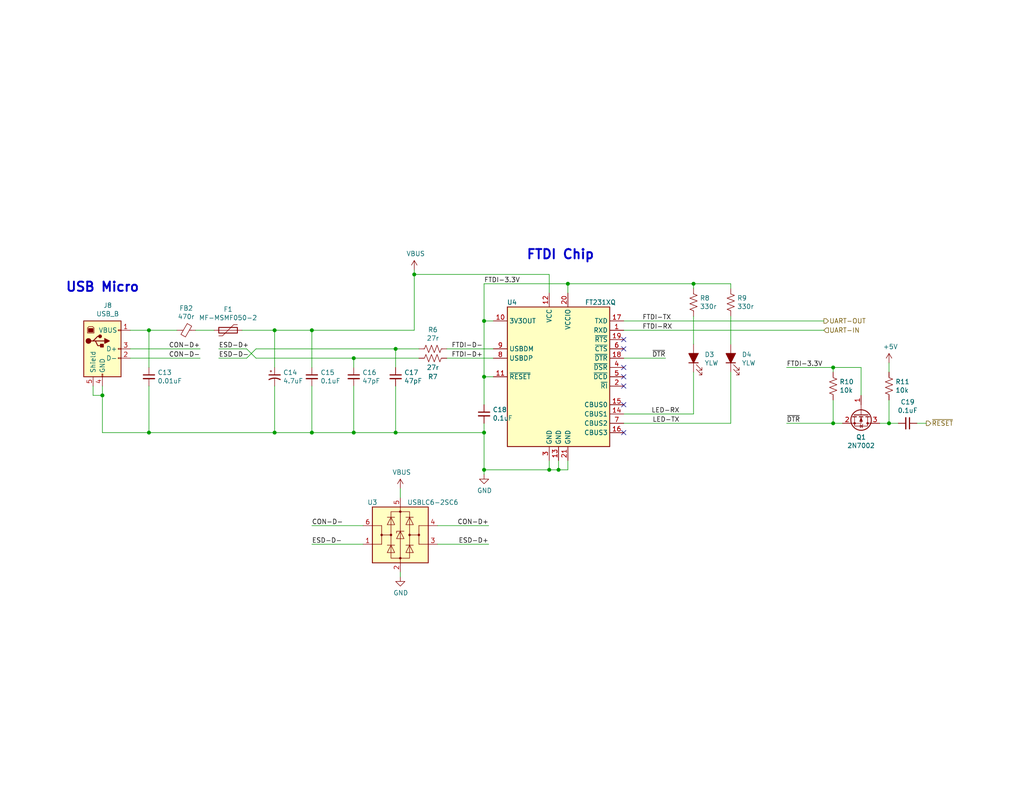
<source format=kicad_sch>
(kicad_sch (version 20210406) (generator eeschema)
  (paper "A")
  (title_block (title "FTDI") (date "2020-07-24") (rev "1.0.0") (company "FortyTwo Labs"))
  (lib_symbols
    (symbol "Device:C_Small" (pin_numbers hide) (pin_names (offset 0.254) hide)
      (property "Reference" "C" (at 0.254 1.778 0))
      (property "Value" "C_Small" (at 0.254 -2.032 0))
      (symbol "C_Small_0_1"
        (polyline (pts (xy -1.524 -0.508) (xy 1.524 -0.508)) (stroke (width 0.3302)))
        (polyline (pts (xy -1.524 0.508) (xy 1.524 0.508)) (stroke (width 0.3048)))
      )
      (symbol "C_Small_1_1"
        (pin passive line (at 0 2.54 270) (length 2.032) (name "~") (number "1"))
        (pin passive line (at 0 -2.54 90) (length 2.032) (name "~") (number "2"))
      )
    )
    (symbol "Device:Polyfuse" (pin_numbers hide) (pin_names (offset 0))
      (property "Reference" "F" (at -2.54 0 90))
      (property "Value" "Polyfuse" (at 2.54 0 90))
      (symbol "Polyfuse_0_1"
        (rectangle (start -0.762 2.54) (end 0.762 -2.54) (stroke (width 0.254)))
        (polyline (pts (xy 0 2.54) (xy 0 -2.54)))
        (polyline (pts (xy -1.524 2.54) (xy -1.524 1.524) (xy 1.524 -1.524) (xy 1.524 -2.54)))
      )
      (symbol "Polyfuse_1_1"
        (pin passive line (at 0 3.81 270) (length 1.27) (name "~") (number "1"))
        (pin passive line (at 0 -3.81 90) (length 1.27) (name "~") (number "2"))
      )
    )
    (symbol "Device:R_US" (pin_numbers hide) (pin_names (offset 0))
      (property "Reference" "R" (at 2.54 0 90))
      (property "Value" "R_US" (at -2.54 0 90))
      (symbol "R_US_0_1"
        (polyline (pts (xy 0 -2.286) (xy 0 -2.54)))
        (polyline (pts (xy 0 2.286) (xy 0 2.54)))
        (polyline (pts (xy 0 -0.762) (xy 1.016 -1.143) (xy 0 -1.524) (xy -1.016 -1.905) (xy 0 -2.286)))
        (polyline (pts (xy 0 0.762) (xy 1.016 0.381) (xy 0 0) (xy -1.016 -0.381) (xy 0 -0.762)))
        (polyline (pts (xy 0 2.286) (xy 1.016 1.905) (xy 0 1.524) (xy -1.016 1.143) (xy 0 0.762)))
      )
      (symbol "R_US_1_1"
        (pin passive line (at 0 3.81 270) (length 1.27) (name "~") (number "1"))
        (pin passive line (at 0 -3.81 90) (length 1.27) (name "~") (number "2"))
      )
    )
    (symbol "Interface_USB:FT231XQ"
      (property "Reference" "U" (at -13.97 20.32 0))
      (property "Value" "FT231XQ" (at 6.35 20.32 0))
      (symbol "FT231XQ_0_1"
        (rectangle (start -13.97 19.05) (end 13.97 -19.05) (stroke (width 0.254)) (fill (type background)))
      )
      (symbol "FT231XQ_1_1"
        (pin input line (at 17.78 12.7 180) (length 3.81) (name "RXD") (number "1"))
        (pin power_out line (at -17.78 15.24 0) (length 3.81) (name "3V3OUT") (number "10"))
        (pin input line (at -17.78 0 0) (length 3.81) (name "~RESET") (number "11"))
        (pin power_in line (at -2.54 22.86 270) (length 3.81) (name "VCC") (number "12"))
        (pin power_in line (at 0 -22.86 90) (length 3.81) (name "GND") (number "13"))
        (pin bidirectional line (at 17.78 -10.16 180) (length 3.81) (name "CBUS1") (number "14"))
        (pin bidirectional line (at 17.78 -7.62 180) (length 3.81) (name "CBUS0") (number "15"))
        (pin bidirectional line (at 17.78 -15.24 180) (length 3.81) (name "CBUS3") (number "16"))
        (pin output line (at 17.78 15.24 180) (length 3.81) (name "TXD") (number "17"))
        (pin output line (at 17.78 5.08 180) (length 3.81) (name "~DTR") (number "18"))
        (pin output line (at 17.78 10.16 180) (length 3.81) (name "~RTS") (number "19"))
        (pin input line (at 17.78 -2.54 180) (length 3.81) (name "~RI") (number "2"))
        (pin power_in line (at 2.54 22.86 270) (length 3.81) (name "VCCIO") (number "20"))
        (pin power_in line (at 2.54 -22.86 90) (length 3.81) (name "GND") (number "21"))
        (pin power_in line (at -2.54 -22.86 90) (length 3.81) (name "GND") (number "3"))
        (pin input line (at 17.78 2.54 180) (length 3.81) (name "~DSR") (number "4"))
        (pin input line (at 17.78 0 180) (length 3.81) (name "~DCD") (number "5"))
        (pin input line (at 17.78 7.62 180) (length 3.81) (name "~CTS") (number "6"))
        (pin bidirectional line (at 17.78 -12.7 180) (length 3.81) (name "CBUS2") (number "7"))
        (pin bidirectional line (at -17.78 5.08 0) (length 3.81) (name "USBDP") (number "8"))
        (pin bidirectional line (at -17.78 7.62 0) (length 3.81) (name "USBDM") (number "9"))
      )
    )
    (symbol "Mega-rescue:CP1_Small-Device" (pin_numbers hide) (pin_names (offset 0.254) hide)
      (property "Reference" "C" (at 0.254 1.778 0))
      (property "Value" "CP1_Small-Device" (at 0.254 -2.032 0))
      (symbol "CP1_Small-Device_0_1"
        (arc (start -1.524 -0.762) (end 1.524 -0.762) (radius (at 0 -3.556) (length 3.175) (angles 118.6 61.4)) (stroke (width 0.3048)))
        (polyline (pts (xy -1.524 0.508) (xy 1.524 0.508)) (stroke (width 0.3048)))
        (polyline (pts (xy -1.27 1.524) (xy -0.762 1.524)))
        (polyline (pts (xy -1.016 1.27) (xy -1.016 1.778)))
      )
      (symbol "CP1_Small-Device_1_1"
        (pin passive line (at 0 2.54 270) (length 2.032) (name "~") (number "1"))
        (pin passive line (at 0 -2.54 90) (length 2.032) (name "~") (number "2"))
      )
    )
    (symbol "Mega-rescue:Ferrite_Bead_Small-Device" (pin_numbers hide) (pin_names (offset 0))
      (property "Reference" "FB" (at 1.905 1.27 0))
      (property "Value" "Ferrite_Bead_Small-Device" (at 1.905 -1.27 0))
      (symbol "Ferrite_Bead_Small-Device_0_1"
        (polyline (pts (xy 0 -1.27) (xy 0 -0.7874)))
        (polyline (pts (xy 0 0.889) (xy 0 1.2954)))
        (polyline (pts (xy -1.8288 0.2794) (xy -1.1176 1.4986) (xy 1.8288 -0.2032) (xy 1.1176 -1.4224) (xy -1.8288 0.2794)))
      )
      (symbol "Ferrite_Bead_Small-Device_1_1"
        (pin passive line (at 0 2.54 270) (length 1.27) (name "~") (number "1"))
        (pin passive line (at 0 -2.54 90) (length 1.27) (name "~") (number "2"))
      )
    )
    (symbol "Mega-rescue:LED_ALT-Device" (pin_numbers hide) (pin_names (offset 1.016) hide)
      (property "Reference" "D" (at 0 2.54 0))
      (property "Value" "LED_ALT-Device" (at 0 -2.54 0))
      (symbol "LED_ALT-Device_0_1"
        (polyline (pts (xy -1.27 -1.27) (xy -1.27 1.27)) (stroke (width 0.254)))
        (polyline (pts (xy -1.27 0) (xy 1.27 0)))
        (polyline (pts (xy -3.048 -0.762) (xy -4.572 -2.286) (xy -3.81 -2.286) (xy -4.572 -2.286) (xy -4.572 -1.524)))
        (polyline (pts (xy -1.778 -0.762) (xy -3.302 -2.286) (xy -2.54 -2.286) (xy -3.302 -2.286) (xy -3.302 -1.524)))
        (polyline (pts (xy 1.27 -1.27) (xy 1.27 1.27) (xy -1.27 0) (xy 1.27 -1.27)) (stroke (width 0.254)) (fill (type outline)))
      )
      (symbol "LED_ALT-Device_1_1"
        (pin passive line (at -3.81 0 0) (length 2.54) (name "K") (number "1"))
        (pin passive line (at 3.81 0 180) (length 2.54) (name "A") (number "2"))
      )
    )
    (symbol "Mega-rescue:USB_B-Connector" (pin_names (offset 1.016))
      (property "Reference" "J" (at -5.08 11.43 0))
      (property "Value" "USB_B-Connector" (at -5.08 8.89 0))
      (symbol "USB_B-Connector_0_1"
        (circle (center -3.81 2.159) (radius 0.635) (stroke (width 0.254)) (fill (type outline)))
        (circle (center -0.635 3.429) (radius 0.381) (stroke (width 0.254)) (fill (type outline)))
        (rectangle (start -0.127 -7.62) (end 0.127 -6.858))
        (rectangle (start 5.08 -2.667) (end 4.318 -2.413))
        (rectangle (start 5.08 -0.127) (end 4.318 0.127))
        (rectangle (start 5.08 4.953) (end 4.318 5.207))
        (rectangle (start -3.81 5.588) (end -2.54 4.572) (fill (type outline)))
        (rectangle (start 0.254 1.27) (end -0.508 0.508) (stroke (width 0.254)) (fill (type outline)))
        (rectangle (start -5.08 -7.62) (end 5.08 7.62) (stroke (width 0.254)) (fill (type background)))
        (polyline (pts (xy -1.905 2.159) (xy 0.635 2.159)) (stroke (width 0.254)))
        (polyline (pts (xy -3.175 2.159) (xy -2.54 2.159) (xy -1.27 3.429) (xy -0.635 3.429)) (stroke (width 0.254)))
        (polyline (pts (xy -2.54 2.159) (xy -1.905 2.159) (xy -1.27 0.889) (xy 0 0.889)) (stroke (width 0.254)))
        (polyline (pts (xy -4.064 4.318) (xy -2.286 4.318) (xy -2.286 5.715) (xy -2.667 6.096) (xy -3.683 6.096) (xy -4.064 5.715) (xy -4.064 4.318)))
        (polyline (pts (xy 0.635 2.794) (xy 0.635 1.524) (xy 1.905 2.159) (xy 0.635 2.794)) (stroke (width 0.254)) (fill (type outline)))
      )
      (symbol "USB_B-Connector_1_1"
        (pin power_out line (at 7.62 5.08 180) (length 2.54) (name "VBUS") (number "1"))
        (pin passive line (at 7.62 -2.54 180) (length 2.54) (name "D-") (number "2"))
        (pin passive line (at 7.62 0 180) (length 2.54) (name "D+") (number "3"))
        (pin power_out line (at 0 -10.16 90) (length 2.54) (name "GND") (number "4"))
        (pin passive line (at -2.54 -10.16 90) (length 2.54) (name "Shield") (number "5"))
      )
    )
    (symbol "Power_Protection:USBLC6-2SC6" (pin_names hide)
      (property "Reference" "U" (at 2.54 8.89 0))
      (property "Value" "USBLC6-2SC6" (at 2.54 -8.89 0))
      (symbol "USBLC6-2SC6_0_1"
        (circle (center -5.08 0) (radius 0.254) (fill (type outline)))
        (circle (center -2.54 0) (radius 0.254) (fill (type outline)))
        (circle (center 0 -6.35) (radius 0.254) (fill (type outline)))
        (circle (center 0 6.35) (radius 0.254) (fill (type outline)))
        (circle (center 2.54 0) (radius 0.254) (fill (type outline)))
        (circle (center 5.08 0) (radius 0.254) (fill (type outline)))
        (rectangle (start -2.54 6.35) (end 2.54 -6.35))
        (rectangle (start -7.62 -7.62) (end 7.62 7.62) (stroke (width 0.254)) (fill (type background)))
        (polyline (pts (xy -5.08 -2.54) (xy -7.62 -2.54)))
        (polyline (pts (xy -5.08 0) (xy -5.08 -2.54)))
        (polyline (pts (xy -5.08 2.54) (xy -7.62 2.54)))
        (polyline (pts (xy -1.524 -2.794) (xy -3.556 -2.794)))
        (polyline (pts (xy -1.524 4.826) (xy -3.556 4.826)))
        (polyline (pts (xy 0 -7.62) (xy 0 -6.35)))
        (polyline (pts (xy 0 -6.35) (xy 0 1.27)))
        (polyline (pts (xy 0 1.27) (xy 0 6.35)))
        (polyline (pts (xy 0 6.35) (xy 0 7.62)))
        (polyline (pts (xy 1.524 -2.794) (xy 3.556 -2.794)))
        (polyline (pts (xy 1.524 4.826) (xy 3.556 4.826)))
        (polyline (pts (xy 5.08 -2.54) (xy 7.62 -2.54)))
        (polyline (pts (xy 5.08 0) (xy 5.08 -2.54)))
        (polyline (pts (xy 5.08 2.54) (xy 7.62 2.54)))
        (polyline (pts (xy -2.54 0) (xy -5.08 0) (xy -5.08 2.54)))
        (polyline (pts (xy 2.54 0) (xy 5.08 0) (xy 5.08 2.54)))
        (polyline (pts (xy -3.556 -4.826) (xy -1.524 -4.826) (xy -2.54 -2.794) (xy -3.556 -4.826)))
        (polyline (pts (xy -3.556 2.794) (xy -1.524 2.794) (xy -2.54 4.826) (xy -3.556 2.794)))
        (polyline (pts (xy -1.016 -1.016) (xy 1.016 -1.016) (xy 0 1.016) (xy -1.016 -1.016)))
        (polyline (pts (xy 1.016 1.016) (xy 0.762 1.016) (xy -1.016 1.016) (xy -1.016 0.508)))
        (polyline (pts (xy 3.556 -4.826) (xy 1.524 -4.826) (xy 2.54 -2.794) (xy 3.556 -4.826)))
        (polyline (pts (xy 3.556 2.794) (xy 1.524 2.794) (xy 2.54 4.826) (xy 3.556 2.794)))
      )
      (symbol "USBLC6-2SC6_1_1"
        (pin passive line (at -10.16 -2.54 0) (length 2.54) (name "I/O1") (number "1"))
        (pin passive line (at 0 -10.16 90) (length 2.54) (name "GND") (number "2"))
        (pin passive line (at 10.16 -2.54 180) (length 2.54) (name "I/O2") (number "3"))
        (pin passive line (at 10.16 2.54 180) (length 2.54) (name "I/O2") (number "4"))
        (pin passive line (at 0 10.16 270) (length 2.54) (name "VBUS") (number "5"))
        (pin passive line (at -10.16 2.54 0) (length 2.54) (name "I/O1") (number "6"))
      )
    )
    (symbol "Transistor_FET:2N7002" (pin_names hide)
      (property "Reference" "Q" (at 5.08 1.905 0))
      (property "Value" "2N7002" (at 5.08 0 0))
      (symbol "2N7002_0_1"
        (circle (center 1.651 0) (radius 2.794) (stroke (width 0.254)))
        (circle (center 2.54 -1.778) (radius 0.254) (fill (type outline)))
        (circle (center 2.54 1.778) (radius 0.254) (fill (type outline)))
        (polyline (pts (xy 0.254 0) (xy -2.54 0)))
        (polyline (pts (xy 0.254 1.905) (xy 0.254 -1.905)) (stroke (width 0.254)))
        (polyline (pts (xy 0.762 -1.27) (xy 0.762 -2.286)) (stroke (width 0.254)))
        (polyline (pts (xy 0.762 0.508) (xy 0.762 -0.508)) (stroke (width 0.254)))
        (polyline (pts (xy 0.762 2.286) (xy 0.762 1.27)) (stroke (width 0.254)))
        (polyline (pts (xy 2.54 2.54) (xy 2.54 1.778)))
        (polyline (pts (xy 2.54 -2.54) (xy 2.54 0) (xy 0.762 0)))
        (polyline (pts (xy 0.762 -1.778) (xy 3.302 -1.778) (xy 3.302 1.778) (xy 0.762 1.778)))
        (polyline (pts (xy 2.794 0.508) (xy 2.921 0.381) (xy 3.683 0.381) (xy 3.81 0.254)))
        (polyline (pts (xy 3.302 0.381) (xy 2.921 -0.254) (xy 3.683 -0.254) (xy 3.302 0.381)))
        (polyline (pts (xy 1.016 0) (xy 2.032 0.381) (xy 2.032 -0.381) (xy 1.016 0)) (fill (type outline)))
      )
      (symbol "2N7002_1_1"
        (pin input line (at -5.08 0 0) (length 2.54) (name "G") (number "1"))
        (pin passive line (at 2.54 -5.08 90) (length 2.54) (name "S") (number "2"))
        (pin passive line (at 2.54 5.08 270) (length 2.54) (name "D") (number "3"))
      )
    )
    (symbol "power:+5V" (power) (pin_names (offset 0))
      (property "Value" "+5V" (at 0 3.556 0))
      (symbol "+5V_0_1"
        (polyline (pts (xy -0.762 1.27) (xy 0 2.54)))
        (polyline (pts (xy 0 0) (xy 0 2.54)))
        (polyline (pts (xy 0 2.54) (xy 0.762 1.27)))
      )
      (symbol "+5V_1_1"
        (pin power_in line (at 0 0 90) (length 0) hide (name "+5V") (number "1"))
      )
    )
    (symbol "power:GND" (power) (pin_names (offset 0))
      (property "Value" "GND" (at 0 -3.81 0))
      (symbol "GND_0_1"
        (polyline (pts (xy 0 0) (xy 0 -1.27) (xy 1.27 -1.27) (xy 0 -2.54) (xy -1.27 -1.27) (xy 0 -1.27)))
      )
      (symbol "GND_1_1"
        (pin power_in line (at 0 0 270) (length 0) hide (name "GND") (number "1"))
      )
    )
    (symbol "power:VBUS" (power) (pin_names (offset 0))
      (property "Value" "VBUS" (at 0 3.81 0))
      (symbol "VBUS_0_1"
        (polyline (pts (xy -0.762 1.27) (xy 0 2.54)))
        (polyline (pts (xy 0 0) (xy 0 2.54)))
        (polyline (pts (xy 0 2.54) (xy 0.762 1.27)))
      )
      (symbol "VBUS_1_1"
        (pin power_in line (at 0 0 90) (length 0) hide (name "VBUS") (number "1"))
      )
    )
  )
  (junction (at 27.94 107.95) (diameter 0.9144))
  (junction (at 40.64 90.17) (diameter 0.9144))
  (junction (at 40.64 118.11) (diameter 0.9144))
  (junction (at 74.93 90.17) (diameter 0.9144))
  (junction (at 74.93 118.11) (diameter 0.9144))
  (junction (at 85.09 90.17) (diameter 0.9144))
  (junction (at 85.09 118.11) (diameter 0.9144))
  (junction (at 96.52 97.79) (diameter 0.9144))
  (junction (at 96.52 118.11) (diameter 0.9144))
  (junction (at 107.95 95.25) (diameter 0.9144))
  (junction (at 107.95 118.11) (diameter 0.9144))
  (junction (at 113.03 74.93) (diameter 0.9144))
  (junction (at 132.08 87.63) (diameter 0.9144))
  (junction (at 132.08 102.87) (diameter 0.9144))
  (junction (at 132.08 118.11) (diameter 0.9144))
  (junction (at 132.08 128.27) (diameter 0.9144))
  (junction (at 149.86 128.27) (diameter 0.9144))
  (junction (at 152.4 128.27) (diameter 0.9144))
  (junction (at 154.94 77.47) (diameter 0.9144))
  (junction (at 189.23 77.47) (diameter 0.9144))
  (junction (at 227.33 100.33) (diameter 0.9144))
  (junction (at 227.33 115.57) (diameter 0.9144))
  (junction (at 242.57 115.57) (diameter 0.9144))
  (no_connect (at 170.18 92.71))
  (no_connect (at 170.18 95.25))
  (no_connect (at 170.18 100.33))
  (no_connect (at 170.18 102.87))
  (no_connect (at 170.18 105.41))
  (no_connect (at 170.18 110.49))
  (no_connect (at 170.18 118.11))
  (wire (pts (xy 25.4 105.41) (xy 25.4 107.95)))
  (wire (pts (xy 25.4 107.95) (xy 27.94 107.95)))
  (wire (pts (xy 27.94 105.41) (xy 27.94 107.95)))
  (wire (pts (xy 27.94 107.95) (xy 27.94 118.11)))
  (wire (pts (xy 27.94 118.11) (xy 40.64 118.11)))
  (wire (pts (xy 35.56 90.17) (xy 40.64 90.17)))
  (wire (pts (xy 35.56 95.25) (xy 54.61 95.25)))
  (wire (pts (xy 35.56 97.79) (xy 54.61 97.79)))
  (wire (pts (xy 40.64 90.17) (xy 40.64 100.33)))
  (wire (pts (xy 40.64 90.17) (xy 48.26 90.17)))
  (wire (pts (xy 40.64 105.41) (xy 40.64 118.11)))
  (wire (pts (xy 40.64 118.11) (xy 74.93 118.11)))
  (wire (pts (xy 53.34 90.17) (xy 58.42 90.17)))
  (wire (pts (xy 66.04 90.17) (xy 74.93 90.17)))
  (wire (pts (xy 67.31 95.25) (xy 59.69 95.25)))
  (wire (pts (xy 67.31 95.25) (xy 69.85 97.79)))
  (wire (pts (xy 67.31 97.79) (xy 59.69 97.79)))
  (wire (pts (xy 67.31 97.79) (xy 69.85 95.25)))
  (wire (pts (xy 69.85 95.25) (xy 107.95 95.25)))
  (wire (pts (xy 69.85 97.79) (xy 96.52 97.79)))
  (wire (pts (xy 74.93 90.17) (xy 85.09 90.17)))
  (wire (pts (xy 74.93 100.33) (xy 74.93 90.17)))
  (wire (pts (xy 74.93 105.41) (xy 74.93 118.11)))
  (wire (pts (xy 74.93 118.11) (xy 85.09 118.11)))
  (wire (pts (xy 85.09 90.17) (xy 113.03 90.17)))
  (wire (pts (xy 85.09 100.33) (xy 85.09 90.17)))
  (wire (pts (xy 85.09 105.41) (xy 85.09 118.11)))
  (wire (pts (xy 85.09 118.11) (xy 96.52 118.11)))
  (wire (pts (xy 85.09 143.51) (xy 99.06 143.51)))
  (wire (pts (xy 85.09 148.59) (xy 99.06 148.59)))
  (wire (pts (xy 96.52 97.79) (xy 114.3 97.79)))
  (wire (pts (xy 96.52 100.33) (xy 96.52 97.79)))
  (wire (pts (xy 96.52 105.41) (xy 96.52 118.11)))
  (wire (pts (xy 96.52 118.11) (xy 107.95 118.11)))
  (wire (pts (xy 107.95 95.25) (xy 114.3 95.25)))
  (wire (pts (xy 107.95 100.33) (xy 107.95 95.25)))
  (wire (pts (xy 107.95 105.41) (xy 107.95 118.11)))
  (wire (pts (xy 107.95 118.11) (xy 132.08 118.11)))
  (wire (pts (xy 109.22 135.89) (xy 109.22 133.35)))
  (wire (pts (xy 109.22 156.21) (xy 109.22 157.48)))
  (wire (pts (xy 113.03 73.66) (xy 113.03 74.93)))
  (wire (pts (xy 113.03 74.93) (xy 113.03 90.17)))
  (wire (pts (xy 113.03 74.93) (xy 149.86 74.93)))
  (wire (pts (xy 119.38 143.51) (xy 133.35 143.51)))
  (wire (pts (xy 119.38 148.59) (xy 133.35 148.59)))
  (wire (pts (xy 121.92 95.25) (xy 134.62 95.25)))
  (wire (pts (xy 121.92 97.79) (xy 134.62 97.79)))
  (wire (pts (xy 132.08 77.47) (xy 132.08 87.63)))
  (wire (pts (xy 132.08 77.47) (xy 154.94 77.47)))
  (wire (pts (xy 132.08 87.63) (xy 134.62 87.63)))
  (wire (pts (xy 132.08 102.87) (xy 132.08 87.63)))
  (wire (pts (xy 132.08 110.49) (xy 132.08 102.87)))
  (wire (pts (xy 132.08 115.57) (xy 132.08 118.11)))
  (wire (pts (xy 132.08 128.27) (xy 132.08 118.11)))
  (wire (pts (xy 132.08 128.27) (xy 149.86 128.27)))
  (wire (pts (xy 132.08 129.54) (xy 132.08 128.27)))
  (wire (pts (xy 134.62 102.87) (xy 132.08 102.87)))
  (wire (pts (xy 149.86 74.93) (xy 149.86 80.01)))
  (wire (pts (xy 149.86 128.27) (xy 149.86 125.73)))
  (wire (pts (xy 149.86 128.27) (xy 152.4 128.27)))
  (wire (pts (xy 152.4 128.27) (xy 152.4 125.73)))
  (wire (pts (xy 154.94 77.47) (xy 154.94 80.01)))
  (wire (pts (xy 154.94 77.47) (xy 189.23 77.47)))
  (wire (pts (xy 154.94 128.27) (xy 152.4 128.27)))
  (wire (pts (xy 154.94 128.27) (xy 154.94 125.73)))
  (wire (pts (xy 170.18 87.63) (xy 224.79 87.63)))
  (wire (pts (xy 170.18 90.17) (xy 224.79 90.17)))
  (wire (pts (xy 170.18 97.79) (xy 181.61 97.79)))
  (wire (pts (xy 170.18 113.03) (xy 189.23 113.03)))
  (wire (pts (xy 170.18 115.57) (xy 199.39 115.57)))
  (wire (pts (xy 189.23 77.47) (xy 199.39 77.47)))
  (wire (pts (xy 189.23 78.74) (xy 189.23 77.47)))
  (wire (pts (xy 189.23 93.98) (xy 189.23 86.36)))
  (wire (pts (xy 189.23 101.6) (xy 189.23 113.03)))
  (wire (pts (xy 199.39 78.74) (xy 199.39 77.47)))
  (wire (pts (xy 199.39 93.98) (xy 199.39 86.36)))
  (wire (pts (xy 199.39 101.6) (xy 199.39 115.57)))
  (wire (pts (xy 214.63 115.57) (xy 227.33 115.57)))
  (wire (pts (xy 227.33 100.33) (xy 214.63 100.33)))
  (wire (pts (xy 227.33 101.6) (xy 227.33 100.33)))
  (wire (pts (xy 227.33 109.22) (xy 227.33 115.57)))
  (wire (pts (xy 227.33 115.57) (xy 229.87 115.57)))
  (wire (pts (xy 234.95 100.33) (xy 227.33 100.33)))
  (wire (pts (xy 234.95 107.95) (xy 234.95 100.33)))
  (wire (pts (xy 240.03 115.57) (xy 242.57 115.57)))
  (wire (pts (xy 242.57 101.6) (xy 242.57 99.06)))
  (wire (pts (xy 242.57 115.57) (xy 242.57 109.22)))
  (wire (pts (xy 242.57 115.57) (xy 245.11 115.57)))
  (wire (pts (xy 250.19 115.57) (xy 252.73 115.57)))
  (text "USB Micro" (at 17.78 80.01 0) (effects (font (size 2.54 2.54) (thickness 0.508) bold) (justify left bottom)))
  (text "FTDI Chip" (at 143.51 71.12 0) (effects (font (size 2.54 2.54) (thickness 0.508) bold) (justify left bottom)))
  (label "CON-D+" (at 54.61 95.25 180))
  (label "CON-D-" (at 54.61 97.79 180))
  (label "ESD-D+" (at 59.69 95.25 0))
  (label "ESD-D-" (at 59.69 97.79 0))
  (label "CON-D-" (at 85.09 143.51 0))
  (label "ESD-D-" (at 85.09 148.59 0))
  (label "FTDI-D-" (at 123.19 95.25 0))
  (label "FTDI-D+" (at 123.19 97.79 0))
  (label "FTDI-3.3V" (at 132.08 77.47 0))
  (label "CON-D+" (at 133.35 143.51 180))
  (label "ESD-D+" (at 133.35 148.59 180))
  (label "FTDI-TX" (at 175.26 87.63 0))
  (label "FTDI-RX" (at 175.26 90.17 0))
  (label "~DTR~" (at 181.61 97.79 180))
  (label "LED-RX" (at 185.42 113.03 180))
  (label "LED-TX" (at 185.42 115.57 180))
  (label "FTDI-3.3V" (at 214.63 100.33 0))
  (label "~DTR~" (at 214.63 115.57 0))
  (hierarchical_label "UART-OUT" (shape output) (at 224.79 87.63 0))
  (hierarchical_label "UART-IN" (shape input) (at 224.79 90.17 0))
  (hierarchical_label "~RESET" (shape output) (at 252.73 115.57 0))
  (symbol (lib_id "power:VBUS") (at 109.22 133.35 0) (unit 1)
    (property "Reference" "#PWR032" (effects hide))
    (property "Value" "VBUS" (at 109.601 128.9558 0))
  )
  (symbol (lib_id "power:VBUS") (at 113.03 73.66 0) (unit 1)
    (property "Reference" "#PWR034" (effects hide))
    (property "Value" "VBUS" (at 113.411 69.2658 0))
  )
  (symbol (lib_id "power:+5V") (at 242.57 99.06 0) (unit 1)
    (property "Reference" "#PWR035" (effects hide))
    (property "Value" "+5V" (at 242.951 94.6658 0))
  )
  (symbol (lib_id "power:GND") (at 109.22 157.48 0) (unit 1)
    (property "Reference" "#PWR033" (effects hide))
    (property "Value" "GND" (at 109.347 161.8742 0))
  )
  (symbol (lib_id "power:GND") (at 132.08 129.54 0) (unit 1)
    (property "Reference" "#PWR0101" (effects hide))
    (property "Value" "GND" (at 132.207 133.9342 0))
  )
  (symbol (lib_id "Device:R_US") (at 118.11 95.25 270) (unit 1)
    (property "Reference" "R6" (at 118.11 90.043 90))
    (property "Value" "27r" (at 118.11 92.3544 90))
    (property "Footprint" "Resistor_SMD:R_0603_1608Metric" (effects hide))
  )
  (symbol (lib_id "Device:R_US") (at 118.11 97.79 270) (unit 1)
    (property "Reference" "R7" (at 118.11 102.87 90))
    (property "Value" "27r" (at 118.11 100.33 90))
    (property "Footprint" "Resistor_SMD:R_0603_1608Metric" (effects hide))
  )
  (symbol (lib_id "Device:R_US") (at 189.23 82.55 0) (unit 1)
    (property "Reference" "R8" (at 190.9572 81.3816 0) (effects (justify left)))
    (property "Value" "330r" (at 190.9572 83.693 0) (effects (justify left)))
    (property "Footprint" "Resistor_SMD:R_0603_1608Metric" (effects hide))
  )
  (symbol (lib_id "Device:R_US") (at 199.39 82.55 0) (unit 1)
    (property "Reference" "R9" (at 201.1172 81.3816 0) (effects (justify left)))
    (property "Value" "330r" (at 201.1172 83.693 0) (effects (justify left)))
    (property "Footprint" "Resistor_SMD:R_0603_1608Metric" (effects hide))
  )
  (symbol (lib_id "Device:R_US") (at 227.33 105.41 0) (unit 1)
    (property "Reference" "R10" (at 229.0572 104.2416 0) (effects (justify left)))
    (property "Value" "10k" (at 229.0572 106.553 0) (effects (justify left)))
    (property "Footprint" "Resistor_SMD:R_0603_1608Metric" (effects hide))
  )
  (symbol (lib_id "Device:R_US") (at 242.57 105.41 0) (unit 1)
    (property "Reference" "R11" (at 244.2972 104.2416 0) (effects (justify left)))
    (property "Value" "10k" (at 244.2972 106.553 0) (effects (justify left)))
    (property "Footprint" "Resistor_SMD:R_0603_1608Metric" (effects hide))
  )
  (symbol (lib_id "Mega-rescue:CP1_Small-Device") (at 74.93 102.87 0)
    (property "Reference" "C14" (at 77.2414 101.7016 0) (effects (justify left)))
    (property "Value" "4.7uF" (at 77.2414 104.013 0) (effects (justify left)))
    (property "Footprint" "Capacitor_Tantalum_SMD:CP_EIA-3216-18_Kemet-A" (effects hide))
  )
  (symbol (lib_id "Device:C_Small") (at 40.64 102.87 0) (unit 1)
    (property "Reference" "C13" (at 42.9768 101.7016 0) (effects (justify left)))
    (property "Value" "0.01uF" (at 42.9768 104.013 0) (effects (justify left)))
    (property "Footprint" "Capacitor_SMD:C_0603_1608Metric" (effects hide))
  )
  (symbol (lib_id "Device:C_Small") (at 85.09 102.87 0) (unit 1)
    (property "Reference" "C15" (at 87.4268 101.7016 0) (effects (justify left)))
    (property "Value" "0.1uF" (at 87.4268 104.013 0) (effects (justify left)))
    (property "Footprint" "Capacitor_SMD:C_0603_1608Metric" (effects hide))
  )
  (symbol (lib_id "Device:C_Small") (at 96.52 102.87 0) (unit 1)
    (property "Reference" "C16" (at 98.8568 101.7016 0) (effects (justify left)))
    (property "Value" "47pF" (at 98.8568 104.013 0) (effects (justify left)))
    (property "Footprint" "Capacitor_SMD:C_0603_1608Metric" (effects hide))
  )
  (symbol (lib_id "Device:C_Small") (at 107.95 102.87 0) (unit 1)
    (property "Reference" "C17" (at 110.2868 101.7016 0) (effects (justify left)))
    (property "Value" "47pF" (at 110.2868 104.013 0) (effects (justify left)))
    (property "Footprint" "Capacitor_SMD:C_0603_1608Metric" (effects hide))
  )
  (symbol (lib_id "Device:C_Small") (at 132.08 113.03 0) (unit 1)
    (property "Reference" "C18" (at 134.4168 111.8616 0) (effects (justify left)))
    (property "Value" "0.1uF" (at 134.4168 114.173 0) (effects (justify left)))
    (property "Footprint" "Capacitor_SMD:C_0603_1608Metric" (effects hide))
  )
  (symbol (lib_id "Device:C_Small") (at 247.65 115.57 270) (unit 1)
    (property "Reference" "C19" (at 247.65 109.7534 90))
    (property "Value" "0.1uF" (at 247.65 112.0648 90))
    (property "Footprint" "Capacitor_SMD:C_0603_1608Metric" (effects hide))
  )
  (symbol (lib_id "Mega-rescue:Ferrite_Bead_Small-Device") (at 50.8 90.17 270)
    (property "Reference" "FB2" (at 50.8 84.1502 90))
    (property "Value" "470r" (at 50.8 86.4616 90))
    (property "Footprint" "Resistor_SMD:R_0603_1608Metric" (effects hide))
    (property "Digikey PN" "490-5223-1-ND" (effects hide))
    (property "Part Number" "BLM18PG471SN1" (effects hide))
  )
  (symbol (lib_id "Device:Polyfuse") (at 62.23 90.17 270) (unit 1)
    (property "Reference" "F1" (at 62.23 84.455 90))
    (property "Value" "MF-MSMF050-2" (at 62.23 86.7664 90))
    (property "Footprint" "Fuse:Fuse_1812_4532Metric" (effects hide))
  )
  (symbol (lib_id "Mega-rescue:LED_ALT-Device") (at 189.23 97.79 90)
    (property "Reference" "D3" (at 192.2272 96.7994 90) (effects (justify right)))
    (property "Value" "YLW" (at 192.2272 99.1108 90) (effects (justify right)))
    (property "Footprint" "LED_SMD:LED_0603_1608Metric" (effects hide))
  )
  (symbol (lib_id "Mega-rescue:LED_ALT-Device") (at 199.39 97.79 90)
    (property "Reference" "D4" (at 202.3872 96.7994 90) (effects (justify right)))
    (property "Value" "YLW" (at 202.3872 99.1108 90) (effects (justify right)))
    (property "Footprint" "LED_SMD:LED_0603_1608Metric" (effects hide))
  )
  (symbol (lib_id "Transistor_FET:2N7002") (at 234.95 113.03 270) (unit 1)
    (property "Reference" "Q1" (at 234.95 119.3546 90))
    (property "Value" "2N7002" (at 234.95 121.666 90))
    (property "Footprint" "Package_TO_SOT_SMD:SOT-23" (effects hide))
    (property "Datasheet" "https://www.fairchildsemi.com/datasheets/2N/2N7002.pdf" (effects hide))
  )
  (symbol (lib_id "Mega-rescue:USB_B-Connector") (at 27.94 95.25 0) (unit 1)
    (property "Reference" "J8" (at 29.3878 83.3882 0))
    (property "Value" "USB_B" (at 29.3878 85.6996 0))
    (property "Footprint" "FortyTwoLabs:USB-B-Amphenol-61729-1011BLF" (effects hide))
    (property "Datasheet" " ~" (effects hide))
  )
  (symbol (lib_id "Power_Protection:USBLC6-2SC6") (at 109.22 146.05 0) (unit 1)
    (property "Reference" "U3" (at 101.6 137.16 0))
    (property "Value" "USBLC6-2SC6" (at 118.11 137.16 0))
    (property "Footprint" "Package_TO_SOT_SMD:SOT-23-6" (effects hide))
    (property "Datasheet" "https://www.st.com/resource/en/datasheet/usblc6-2.pdf" (effects hide))
  )
  (symbol (lib_id "Interface_USB:FT231XQ") (at 152.4 102.87 0) (unit 1)
    (property "Reference" "U4" (at 139.7 82.55 0))
    (property "Value" "FT231XQ" (at 163.83 82.55 0))
    (property "Footprint" "Package_DFN_QFN:QFN-20-1EP_4x4mm_P0.5mm_EP2.5x2.5mm" (effects hide))
    (property "Datasheet" "https://www.ftdichip.com/Support/Documents/DataSheets/ICs/DS_FT231X.pdf" (effects hide))
  )
)
</source>
